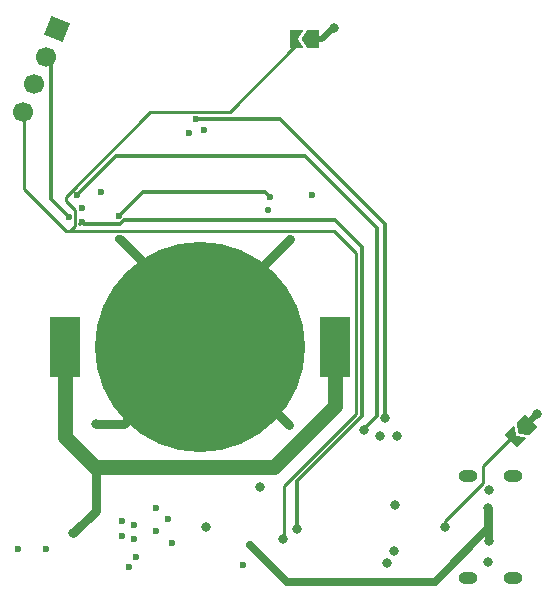
<source format=gbr>
%TF.GenerationSoftware,KiCad,Pcbnew,8.0.5*%
%TF.CreationDate,2024-11-06T13:54:45-05:00*%
%TF.ProjectId,BadgeKittyv2,42616467-654b-4697-9474-7976322e6b69,rev?*%
%TF.SameCoordinates,Original*%
%TF.FileFunction,Copper,L4,Bot*%
%TF.FilePolarity,Positive*%
%FSLAX46Y46*%
G04 Gerber Fmt 4.6, Leading zero omitted, Abs format (unit mm)*
G04 Created by KiCad (PCBNEW 8.0.5) date 2024-11-06 13:54:45*
%MOMM*%
%LPD*%
G01*
G04 APERTURE LIST*
G04 Aperture macros list*
%AMHorizOval*
0 Thick line with rounded ends*
0 $1 width*
0 $2 $3 position (X,Y) of the first rounded end (center of the circle)*
0 $4 $5 position (X,Y) of the second rounded end (center of the circle)*
0 Add line between two ends*
20,1,$1,$2,$3,$4,$5,0*
0 Add two circle primitives to create the rounded ends*
1,1,$1,$2,$3*
1,1,$1,$4,$5*%
%AMRotRect*
0 Rectangle, with rotation*
0 The origin of the aperture is its center*
0 $1 length*
0 $2 width*
0 $3 Rotation angle, in degrees counterclockwise*
0 Add horizontal line*
21,1,$1,$2,0,0,$3*%
%AMFreePoly0*
4,1,6,1.000000,0.000000,0.500000,-0.750000,-0.500000,-0.750000,-0.500000,0.750000,0.500000,0.750000,1.000000,0.000000,1.000000,0.000000,$1*%
%AMFreePoly1*
4,1,6,0.500000,-0.750000,-0.650000,-0.750000,-0.150000,0.000000,-0.650000,0.750000,0.500000,0.750000,0.500000,-0.750000,0.500000,-0.750000,$1*%
G04 Aperture macros list end*
%TA.AperFunction,ComponentPad*%
%ADD10O,1.600000X1.000000*%
%TD*%
%TA.AperFunction,ComponentPad*%
%ADD11RotRect,1.700000X1.700000X338.000000*%
%TD*%
%TA.AperFunction,ComponentPad*%
%ADD12HorizOval,1.700000X0.000000X0.000000X0.000000X0.000000X0*%
%TD*%
%TA.AperFunction,SMDPad,CuDef*%
%ADD13FreePoly0,180.000000*%
%TD*%
%TA.AperFunction,SMDPad,CuDef*%
%ADD14FreePoly1,180.000000*%
%TD*%
%TA.AperFunction,SMDPad,CuDef*%
%ADD15FreePoly0,225.000000*%
%TD*%
%TA.AperFunction,SMDPad,CuDef*%
%ADD16FreePoly1,225.000000*%
%TD*%
%TA.AperFunction,SMDPad,CuDef*%
%ADD17C,17.800000*%
%TD*%
%TA.AperFunction,SMDPad,CuDef*%
%ADD18R,2.500000X5.100000*%
%TD*%
%TA.AperFunction,ViaPad*%
%ADD19C,0.800000*%
%TD*%
%TA.AperFunction,ViaPad*%
%ADD20C,0.600000*%
%TD*%
%TA.AperFunction,ViaPad*%
%ADD21C,0.700000*%
%TD*%
%TA.AperFunction,ViaPad*%
%ADD22C,0.550000*%
%TD*%
%TA.AperFunction,Conductor*%
%ADD23C,0.360000*%
%TD*%
%TA.AperFunction,Conductor*%
%ADD24C,0.550000*%
%TD*%
%TA.AperFunction,Conductor*%
%ADD25C,0.800000*%
%TD*%
%TA.AperFunction,Conductor*%
%ADD26C,0.650000*%
%TD*%
%TA.AperFunction,Conductor*%
%ADD27C,1.300000*%
%TD*%
%TA.AperFunction,Conductor*%
%ADD28C,0.250000*%
%TD*%
G04 APERTURE END LIST*
D10*
%TO.P,J1,SH1,SHIELD*%
%TO.N,GND*%
X132534032Y-131576843D03*
%TO.P,J1,SH2,SHIELD__1*%
X136334032Y-131576843D03*
%TO.P,J1,SH3,SHIELD__2*%
X132534032Y-122936843D03*
%TO.P,J1,SH4,SHIELD__3*%
X136334032Y-122936843D03*
%TD*%
D11*
%TO.P,PROG1,1,Pin_1*%
%TO.N,+5V*%
X97738012Y-85108593D03*
D12*
%TO.P,PROG1,2,Pin_2*%
%TO.N,/RST{slash}UPDI*%
X96786511Y-87463640D03*
%TO.P,PROG1,3,Pin_3*%
%TO.N,GND*%
X95835011Y-89818687D03*
%TO.P,PROG1,4,Pin_4*%
%TO.N,/PIN_2*%
X94883510Y-92173734D03*
%TD*%
D13*
%TO.P,JP2,1,A*%
%TO.N,GND*%
X119456431Y-85979596D03*
D14*
%TO.P,JP2,2,B*%
%TO.N,/PIN_2*%
X118006431Y-85979596D03*
%TD*%
D15*
%TO.P,JP3,1,A*%
%TO.N,GND*%
X137520236Y-118652073D03*
D16*
%TO.P,JP3,2,B*%
%TO.N,/PIN_3*%
X136494932Y-119677377D03*
%TD*%
D17*
%TO.P,BT1,N1*%
%TO.N,GND*%
X109834289Y-112089549D03*
D18*
%TO.P,BT1,P1*%
%TO.N,+BATT*%
X121284289Y-112089549D03*
%TO.P,BT1,P2*%
X98384289Y-112089549D03*
%TD*%
D19*
%TO.N,GND*%
X134249666Y-130291576D03*
X138381108Y-117735428D03*
D20*
X96780056Y-129145675D03*
D19*
X110332994Y-127308665D03*
X121179530Y-85034291D03*
X126393327Y-125458379D03*
X117405569Y-118665945D03*
X125708589Y-130355449D03*
X134310797Y-124138607D03*
D20*
X101505246Y-98944873D03*
X108900621Y-93910133D03*
X104435973Y-129856249D03*
X103221773Y-126787150D03*
X119292542Y-99156044D03*
X94477385Y-129162728D03*
X104297197Y-127114156D03*
X103810624Y-130646736D03*
D19*
X101014466Y-118538056D03*
D21*
X117476905Y-102901215D03*
D19*
X126251544Y-129302441D03*
D20*
X104289017Y-128290870D03*
D19*
X114938467Y-123864283D03*
D20*
X103277433Y-128095176D03*
D21*
X102987548Y-102889241D03*
D20*
X110150406Y-93696010D03*
D22*
%TO.N,+5V*%
X115598787Y-100419504D03*
D20*
X107105925Y-126639541D03*
X99874627Y-100274462D03*
X107468462Y-128628264D03*
X113493906Y-130484962D03*
D19*
X126553378Y-119615194D03*
X125113941Y-119585566D03*
D20*
X106112615Y-125672956D03*
X106097414Y-127588302D03*
%TO.N,Net-(D1-DO)*%
X102959521Y-100927344D03*
X115813460Y-99390545D03*
D19*
%TO.N,+BATT*%
X99055888Y-127830474D03*
D20*
%TO.N,/PIN_6*%
X99398252Y-99146265D03*
D19*
X123734353Y-119056480D03*
%TO.N,/PIN_7*%
X125541965Y-118088833D03*
D20*
X109480121Y-92724221D03*
D19*
%TO.N,/PIN_2*%
X116906299Y-128331968D03*
D20*
%TO.N,/RST{slash}UPDI*%
X99838443Y-101468548D03*
X98769633Y-101056104D03*
D19*
X118080184Y-127482774D03*
%TO.N,VBUS*%
X134249666Y-125649879D03*
D20*
X114069370Y-128776256D03*
D19*
X134347180Y-128516810D03*
%TO.N,/PIN_3*%
X130566327Y-127294241D03*
%TD*%
D23*
%TO.N,GND*%
X102987548Y-102889241D02*
X102987548Y-102846449D01*
X109834289Y-112089549D02*
X110946884Y-112089549D01*
D24*
X101014466Y-118538056D02*
X101035781Y-118580685D01*
D23*
X109834289Y-112089549D02*
X109834289Y-112148133D01*
D25*
X109834289Y-112089549D02*
X109834289Y-109629761D01*
D24*
X121179530Y-84937336D02*
X121058337Y-85058529D01*
X117405570Y-118665945D02*
X117426884Y-118687259D01*
X121082575Y-85034291D02*
X121179530Y-85034291D01*
D25*
X109834289Y-109629761D02*
X103093769Y-102889241D01*
D24*
X137520236Y-118596300D02*
X138381108Y-117735428D01*
X117405569Y-118665945D02*
X117405570Y-118665945D01*
D26*
X103093769Y-102889241D02*
X102987548Y-102889241D01*
D25*
X109834289Y-112089549D02*
X109834289Y-110543831D01*
D24*
X117405569Y-118665944D02*
X117405569Y-118665945D01*
X120137270Y-85979596D02*
X121082575Y-85034291D01*
D25*
X109834289Y-110543831D02*
X117476905Y-102901215D01*
X110829174Y-112089549D02*
X117405569Y-118665944D01*
D24*
X121179530Y-85034291D02*
X121179530Y-84937336D01*
D25*
X109834289Y-112089549D02*
X103385782Y-118538056D01*
X103385782Y-118538056D02*
X101014466Y-118538056D01*
D23*
X109834289Y-112089549D02*
X107566305Y-112089549D01*
D24*
X137520236Y-118652073D02*
X137520236Y-118596300D01*
X138381108Y-117735428D02*
X138407122Y-117865496D01*
X119456431Y-85979596D02*
X120137270Y-85979596D01*
D23*
%TO.N,Net-(D1-DO)*%
X115813460Y-99390545D02*
X115322085Y-98899170D01*
X104987695Y-98899170D02*
X102959521Y-100927344D01*
X115322085Y-98899170D02*
X104987695Y-98899170D01*
%TO.N,+BATT*%
X121284289Y-112627556D02*
X121773293Y-113116560D01*
D27*
X101023735Y-122246652D02*
X100971421Y-122246652D01*
X121284289Y-117085615D02*
X121284289Y-112089549D01*
X100971421Y-122246652D02*
X98384289Y-119659520D01*
D25*
X99100544Y-127830474D02*
X101023735Y-125907283D01*
D27*
X101023735Y-122246652D02*
X116123252Y-122246652D01*
D23*
X98384289Y-112089549D02*
X98384289Y-110789312D01*
D27*
X98384289Y-119659520D02*
X98384289Y-112089549D01*
X116123252Y-122246652D02*
X121284289Y-117085615D01*
D25*
X101023735Y-125907283D02*
X101023735Y-122246652D01*
X99055888Y-127830474D02*
X99100544Y-127830474D01*
D23*
%TO.N,/PIN_6*%
X118700581Y-95855146D02*
X102741431Y-95855146D01*
X124859506Y-117869475D02*
X124859506Y-102014071D01*
X124859506Y-102014071D02*
X118700581Y-95855146D01*
X123734353Y-119056480D02*
X123734353Y-118994628D01*
X99398252Y-99146265D02*
X99463079Y-99146265D01*
X99398252Y-99198325D02*
X99398252Y-99146265D01*
X123734353Y-118994628D02*
X124859506Y-117869475D01*
X102741431Y-95855146D02*
X99398252Y-99198325D01*
%TO.N,/PIN_7*%
X116660218Y-92724221D02*
X109480121Y-92724221D01*
X125541965Y-101605968D02*
X116660218Y-92724221D01*
X125541965Y-118088833D02*
X125541965Y-101605968D01*
D28*
%TO.N,/PIN_2*%
X98872175Y-102228656D02*
X99294633Y-101806198D01*
X112360343Y-92156775D02*
X107167445Y-92156775D01*
X94947701Y-98695258D02*
X94947701Y-92237925D01*
X94627440Y-91917664D02*
X94883510Y-92173734D01*
X98872175Y-102228656D02*
X98481099Y-102228656D01*
X105645279Y-92156775D02*
X107167445Y-92156775D01*
X99294633Y-100467790D02*
X98483980Y-99657137D01*
X99294633Y-101806198D02*
X99294633Y-100467790D01*
X98481099Y-102228656D02*
X94947701Y-98695258D01*
X116906299Y-128331968D02*
X116931275Y-128306992D01*
X116931275Y-123855792D02*
X123040281Y-117746786D01*
X98483980Y-99318074D02*
X105645279Y-92156775D01*
X123040281Y-104054782D02*
X121214155Y-102228656D01*
X98483980Y-99657137D02*
X98483980Y-99318074D01*
X118006431Y-85979596D02*
X118006431Y-86510687D01*
X94947701Y-92237925D02*
X94883510Y-92173734D01*
X123040281Y-117746786D02*
X123040281Y-104054782D01*
X121214155Y-102228656D02*
X98872175Y-102228656D01*
X116931275Y-128306992D02*
X116931275Y-123855792D01*
X118006431Y-86510687D02*
X112360343Y-92156775D01*
D23*
%TO.N,/RST{slash}UPDI*%
X123586157Y-117931159D02*
X123586157Y-103605166D01*
X118080184Y-127482774D02*
X118080184Y-123437132D01*
X99994831Y-101624936D02*
X99838443Y-101468548D01*
X103082173Y-101624936D02*
X99994831Y-101624936D01*
X98725686Y-101056104D02*
X97232443Y-99562861D01*
X121285943Y-101304952D02*
X103402157Y-101304952D01*
X97232443Y-99562861D02*
X97232443Y-87909572D01*
X103402157Y-101304952D02*
X103082173Y-101624936D01*
X99838443Y-101468548D02*
X99729479Y-101624936D01*
X118080184Y-123437132D02*
X123586157Y-117931159D01*
X123586157Y-103605166D02*
X121285943Y-101304952D01*
X98769633Y-101056104D02*
X98725686Y-101056104D01*
D28*
X97232443Y-87909572D02*
X96786511Y-87463640D01*
D26*
%TO.N,VBUS*%
X134347180Y-125747393D02*
X134249666Y-125649879D01*
X117218965Y-131937908D02*
X129714471Y-131937908D01*
X114069370Y-128788313D02*
X117218965Y-131937908D01*
X134347180Y-128516810D02*
X134347180Y-125747393D01*
X114069370Y-128776256D02*
X114069370Y-128788313D01*
X129714471Y-131937908D02*
X134249666Y-127402713D01*
X134249666Y-127402713D02*
X134249666Y-125649879D01*
D28*
%TO.N,/PIN_3*%
X130566327Y-127294241D02*
X130566327Y-126787685D01*
X136241042Y-119677377D02*
X136494932Y-119677377D01*
X133807874Y-123546138D02*
X133807874Y-122110545D01*
X130566327Y-126787685D02*
X133807874Y-123546138D01*
X133807874Y-122110545D02*
X136241042Y-119677377D01*
%TD*%
M02*

</source>
